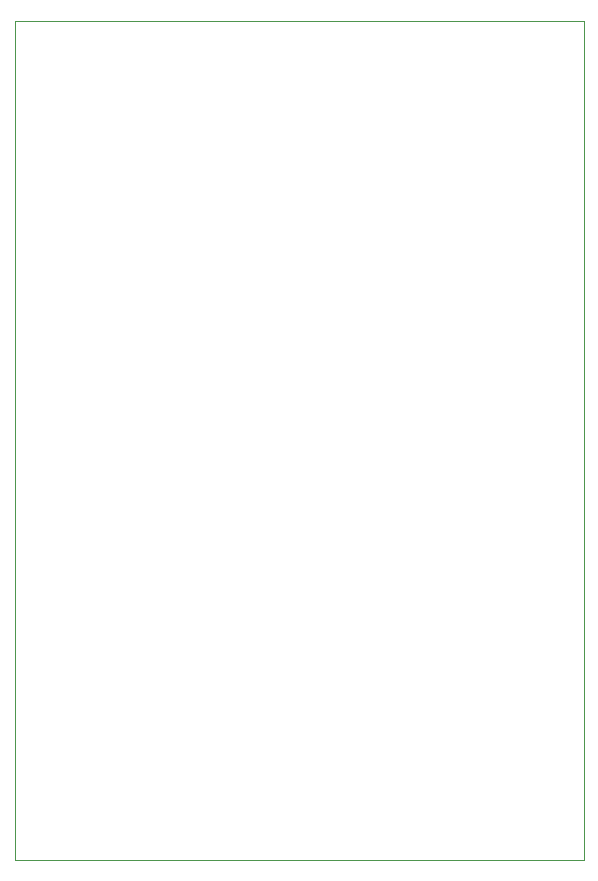
<source format=gbr>
%TF.GenerationSoftware,KiCad,Pcbnew,8.0.3-unknown-202406112021~03dd6c7a8e~ubuntu22.04.1*%
%TF.CreationDate,2024-06-13T18:15:46+05:30*%
%TF.ProjectId,SDR-Board,5344522d-426f-4617-9264-2e6b69636164,rev?*%
%TF.SameCoordinates,Original*%
%TF.FileFunction,Profile,NP*%
%FSLAX46Y46*%
G04 Gerber Fmt 4.6, Leading zero omitted, Abs format (unit mm)*
G04 Created by KiCad (PCBNEW 8.0.3-unknown-202406112021~03dd6c7a8e~ubuntu22.04.1) date 2024-06-13 18:15:46*
%MOMM*%
%LPD*%
G01*
G04 APERTURE LIST*
%TA.AperFunction,Profile*%
%ADD10C,0.050000*%
%TD*%
G04 APERTURE END LIST*
D10*
X93800000Y-53600000D02*
X142010000Y-53600000D01*
X142010000Y-124600000D01*
X93800000Y-124600000D01*
X93800000Y-53600000D01*
M02*

</source>
